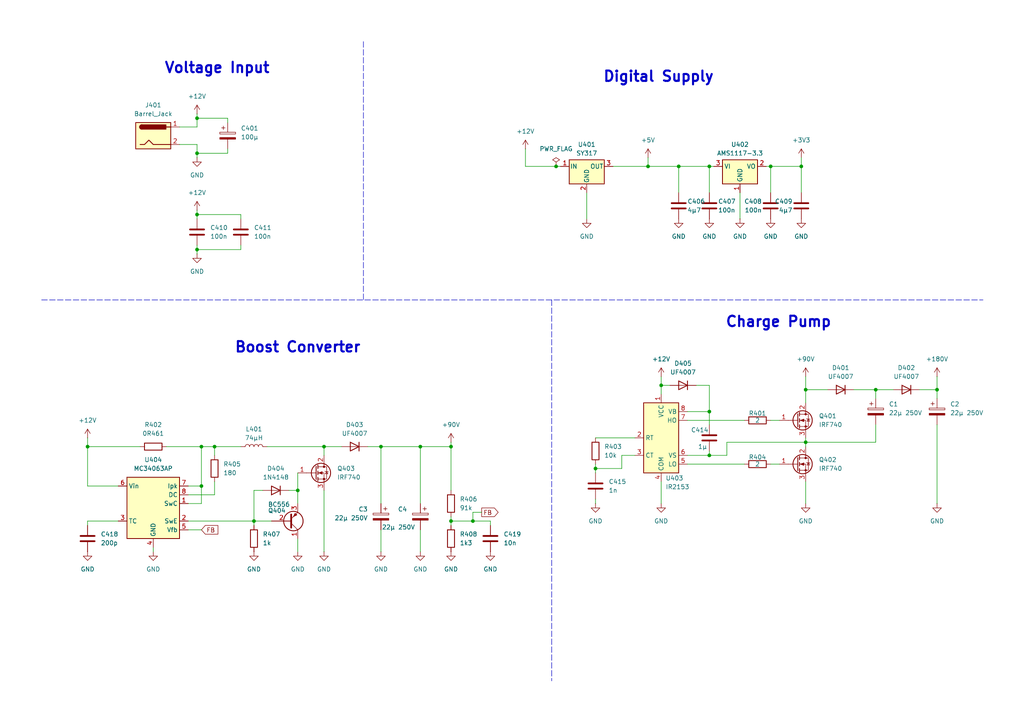
<source format=kicad_sch>
(kicad_sch (version 20231120) (generator "eeschema") (generator_version "8.0")
  (paper "A4")
  (title_block (title "Z5600M Nixie Clock with ESP32") (date "2024-09-16") (rev "1.0") (company "Synthron"))
  (lib_symbols
    (symbol "Connector:Barrel_Jack" (pin_names (offset 1.016))
      (property "Reference" "J" (at 0 5.334 0))
      (property "Value" "Barrel_Jack" (at 0 -5.08 0))
      (symbol "Barrel_Jack_0_1"
        (rectangle (start -5.08 3.81) (end 5.08 -3.81) (stroke (width 0.254)) (fill (type background)))
        (arc (start -3.302 3.175) (mid -3.9343 2.54) (end -3.302 1.905) (stroke (width 0.254)))
        (arc (start -3.302 3.175) (mid -3.9343 2.54) (end -3.302 1.905) (stroke (width 0.254)) (fill (type outline)))
        (polyline (pts (xy 5.08 2.54) (xy 3.81 2.54)) (stroke (width 0.254)))
        (polyline (pts (xy -3.81 -2.54) (xy -2.54 -2.54) (xy -1.27 -1.27) (xy 0 -2.54) (xy 2.54 -2.54) (xy 5.08 -2.54)) (stroke (width 0.254)))
        (rectangle (start 3.683 3.175) (end -3.302 1.905) (stroke (width 0.254)) (fill (type outline)))
      )
      (symbol "Barrel_Jack_1_1"
        (pin passive line (at 7.62 2.54 180) (length 2.54) (name "~") (number "1"))
        (pin passive line (at 7.62 -2.54 180) (length 2.54) (name "~") (number "2"))
      )
    )
    (symbol "Device:C" (pin_numbers hide) (pin_names (offset 0.254))
      (property "Reference" "C" (at 0.635 2.54 0))
      (property "Value" "C" (at 0.635 -2.54 0))
      (symbol "C_0_1"
        (polyline (pts (xy -2.032 -0.762) (xy 2.032 -0.762)) (stroke (width 0.508)))
        (polyline (pts (xy -2.032 0.762) (xy 2.032 0.762)) (stroke (width 0.508)))
      )
      (symbol "C_1_1"
        (pin passive line (at 0 3.81 270) (length 2.794) (name "~") (number "1"))
        (pin passive line (at 0 -3.81 90) (length 2.794) (name "~") (number "2"))
      )
    )
    (symbol "Device:C_Polarized" (pin_numbers hide) (pin_names (offset 0.254))
      (property "Reference" "C" (at 0.635 2.54 0))
      (property "Value" "C_Polarized" (at 0.635 -2.54 0))
      (symbol "C_Polarized_0_1"
        (rectangle (start -2.286 0.508) (end 2.286 1.016))
        (polyline (pts (xy -1.778 2.286) (xy -0.762 2.286)))
        (polyline (pts (xy -1.27 2.794) (xy -1.27 1.778)))
        (rectangle (start 2.286 -0.508) (end -2.286 -1.016) (fill (type outline)))
      )
      (symbol "C_Polarized_1_1"
        (pin passive line (at 0 3.81 270) (length 2.794) (name "~") (number "1"))
        (pin passive line (at 0 -3.81 90) (length 2.794) (name "~") (number "2"))
      )
    )
    (symbol "Device:L" (pin_numbers hide) (pin_names (offset 1.016) hide)
      (property "Reference" "L" (at -1.27 0 90))
      (property "Value" "L" (at 1.905 0 90))
      (symbol "L_0_1"
        (arc (start 0 -2.54) (mid 0.6323 -1.905) (end 0 -1.27))
        (arc (start 0 -1.27) (mid 0.6323 -0.635) (end 0 0))
        (arc (start 0 0) (mid 0.6323 0.635) (end 0 1.27))
        (arc (start 0 1.27) (mid 0.6323 1.905) (end 0 2.54))
      )
      (symbol "L_1_1"
        (pin passive line (at 0 3.81 270) (length 1.27) (name "1") (number "1"))
        (pin passive line (at 0 -3.81 90) (length 1.27) (name "2") (number "2"))
      )
    )
    (symbol "Device:R" (pin_numbers hide) (pin_names (offset 0))
      (property "Reference" "R" (at 2.032 0 90))
      (property "Value" "R" (at 0 0 90))
      (symbol "R_0_1"
        (rectangle (start -1.016 -2.54) (end 1.016 2.54) (stroke (width 0.254)))
      )
      (symbol "R_1_1"
        (pin passive line (at 0 3.81 270) (length 1.27) (name "~") (number "1"))
        (pin passive line (at 0 -3.81 90) (length 1.27) (name "~") (number "2"))
      )
    )
    (symbol "Diode:1N4007" (pin_numbers hide) (pin_names hide)
      (property "Reference" "D" (at 0 2.54 0))
      (property "Value" "1N4007" (at 0 -2.54 0))
      (symbol "1N4007_0_1"
        (polyline (pts (xy -1.27 1.27) (xy -1.27 -1.27)) (stroke (width 0.254)))
        (polyline (pts (xy 1.27 0) (xy -1.27 0)))
        (polyline (pts (xy 1.27 1.27) (xy 1.27 -1.27) (xy -1.27 0) (xy 1.27 1.27)) (stroke (width 0.254)))
      )
      (symbol "1N4007_1_1"
        (pin passive line (at -3.81 0 0) (length 2.54) (name "K") (number "1"))
        (pin passive line (at 3.81 0 180) (length 2.54) (name "A") (number "2"))
      )
    )
    (symbol "Diode:1N4148" (pin_numbers hide) (pin_names hide)
      (property "Reference" "D" (at 0 2.54 0))
      (property "Value" "1N4148" (at 0 -2.54 0))
      (symbol "1N4148_0_1"
        (polyline (pts (xy -1.27 1.27) (xy -1.27 -1.27)) (stroke (width 0.254)))
        (polyline (pts (xy 1.27 0) (xy -1.27 0)))
        (polyline (pts (xy 1.27 1.27) (xy 1.27 -1.27) (xy -1.27 0) (xy 1.27 1.27)) (stroke (width 0.254)))
      )
      (symbol "1N4148_1_1"
        (pin passive line (at -3.81 0 0) (length 2.54) (name "K") (number "1"))
        (pin passive line (at 3.81 0 180) (length 2.54) (name "A") (number "2"))
      )
    )
    (symbol "Driver_FET:IR2153"
      (property "Reference" "U" (at 1.27 13.335 0))
      (property "Value" "IR2153" (at 1.27 11.43 0))
      (symbol "IR2153_0_1"
        (rectangle (start -5.08 -10.16) (end 5.08 10.16) (stroke (width 0.254)) (fill (type background)))
      )
      (symbol "IR2153_1_1"
        (pin power_in line (at 0 12.7 270) (length 2.54) (name "VCC") (number "1"))
        (pin passive line (at -7.62 0 0) (length 2.54) (name "RT") (number "2"))
        (pin passive line (at -7.62 -5.08 0) (length 2.54) (name "CT") (number "3"))
        (pin power_in line (at 0 -12.7 90) (length 2.54) (name "COM") (number "4"))
        (pin output line (at 7.62 -7.62 180) (length 2.54) (name "LO") (number "5"))
        (pin passive line (at 7.62 -5.08 180) (length 2.54) (name "VS") (number "6"))
        (pin output line (at 7.62 5.08 180) (length 2.54) (name "HO") (number "7"))
        (pin passive line (at 7.62 7.62 180) (length 2.54) (name "VB") (number "8"))
      )
    )
    (symbol "Regulator_Linear:AMS1117-3.3"
      (property "Reference" "U" (at -3.81 3.175 0))
      (property "Value" "AMS1117-3.3" (at 0 3.175 0))
      (symbol "AMS1117-3.3_0_1"
        (rectangle (start -5.08 -5.08) (end 5.08 1.905) (stroke (width 0.254)) (fill (type background)))
      )
      (symbol "AMS1117-3.3_1_1"
        (pin power_in line (at 0 -7.62 90) (length 2.54) (name "GND") (number "1"))
        (pin power_out line (at 7.62 0 180) (length 2.54) (name "VO") (number "2"))
        (pin power_in line (at -7.62 0 0) (length 2.54) (name "VI") (number "3"))
      )
    )
    (symbol "Regulator_Linear:L7805" (pin_names (offset 0.254))
      (property "Reference" "U" (at -3.81 3.175 0))
      (property "Value" "L7805" (at 0 3.175 0))
      (symbol "L7805_0_1"
        (rectangle (start -5.08 1.905) (end 5.08 -5.08) (stroke (width 0.254)) (fill (type background)))
      )
      (symbol "L7805_1_1"
        (pin power_in line (at -7.62 0 0) (length 2.54) (name "IN") (number "1"))
        (pin power_in line (at 0 -7.62 90) (length 2.54) (name "GND") (number "2"))
        (pin power_out line (at 7.62 0 180) (length 2.54) (name "OUT") (number "3"))
      )
    )
    (symbol "Regulator_Switching:MC34063AP"
      (property "Reference" "U" (at -7.62 8.89 0))
      (property "Value" "MC34063AP" (at 0 8.89 0))
      (symbol "MC34063AP_0_1"
        (rectangle (start -7.62 7.62) (end 7.62 -10.16) (stroke (width 0.254)) (fill (type background)))
      )
      (symbol "MC34063AP_1_1"
        (pin open_collector line (at 10.16 0 180) (length 2.54) (name "SwC") (number "1"))
        (pin open_emitter line (at 10.16 -5.08 180) (length 2.54) (name "SwE") (number "2"))
        (pin passive line (at -10.16 -5.08 0) (length 2.54) (name "TC") (number "3"))
        (pin power_in line (at 0 -12.7 90) (length 2.54) (name "GND") (number "4"))
        (pin input line (at 10.16 -7.62 180) (length 2.54) (name "Vfb") (number "5"))
        (pin power_in line (at -10.16 5.08 0) (length 2.54) (name "Vin") (number "6"))
        (pin input line (at 10.16 5.08 180) (length 2.54) (name "Ipk") (number "7"))
        (pin open_collector line (at 10.16 2.54 180) (length 2.54) (name "DC") (number "8"))
      )
    )
    (symbol "Transistor_BJT:BC556" (pin_names (offset 0) hide)
      (property "Reference" "Q" (at 5.08 1.905 0))
      (property "Value" "BC556" (at 5.08 0 0))
      (symbol "BC556_0_1"
        (polyline (pts (xy 0.635 0.635) (xy 2.54 2.54)))
        (polyline (pts (xy 0.635 -0.635) (xy 2.54 -2.54) (xy 2.54 -2.54)))
        (polyline (pts (xy 0.635 1.905) (xy 0.635 -1.905) (xy 0.635 -1.905)) (stroke (width 0.508)))
        (polyline (pts (xy 2.286 -1.778) (xy 1.778 -2.286) (xy 1.27 -1.27) (xy 2.286 -1.778) (xy 2.286 -1.778)) (fill (type outline)))
        (circle (center 1.27 0) (radius 2.8194) (stroke (width 0.254)))
      )
      (symbol "BC556_1_1"
        (pin passive line (at 2.54 5.08 270) (length 2.54) (name "C") (number "1"))
        (pin input line (at -5.08 0 0) (length 5.715) (name "B") (number "2"))
        (pin passive line (at 2.54 -5.08 90) (length 2.54) (name "E") (number "3"))
      )
    )
    (symbol "Transistor_FET:IRF740" (pin_names hide)
      (property "Reference" "Q" (at 5.08 1.905 0))
      (property "Value" "IRF740" (at 5.08 0 0))
      (symbol "IRF740_0_1"
        (polyline (pts (xy 0.254 0) (xy -2.54 0)))
        (polyline (pts (xy 0.254 1.905) (xy 0.254 -1.905)) (stroke (width 0.254)))
        (polyline (pts (xy 0.762 -1.27) (xy 0.762 -2.286)) (stroke (width 0.254)))
        (polyline (pts (xy 0.762 0.508) (xy 0.762 -0.508)) (stroke (width 0.254)))
        (polyline (pts (xy 0.762 2.286) (xy 0.762 1.27)) (stroke (width 0.254)))
        (polyline (pts (xy 2.54 2.54) (xy 2.54 1.778)))
        (polyline (pts (xy 2.54 -2.54) (xy 2.54 0) (xy 0.762 0)))
        (polyline (pts (xy 0.762 -1.778) (xy 3.302 -1.778) (xy 3.302 1.778) (xy 0.762 1.778)))
        (polyline (pts (xy 1.016 0) (xy 2.032 0.381) (xy 2.032 -0.381) (xy 1.016 0)) (fill (type outline)))
        (polyline (pts (xy 2.794 0.508) (xy 2.921 0.381) (xy 3.683 0.381) (xy 3.81 0.254)))
        (polyline (pts (xy 3.302 0.381) (xy 2.921 -0.254) (xy 3.683 -0.254) (xy 3.302 0.381)))
        (circle (center 1.651 0) (radius 2.794) (stroke (width 0.254)))
        (circle (center 2.54 -1.778) (radius 0.254) (fill (type outline)))
        (circle (center 2.54 1.778) (radius 0.254) (fill (type outline)))
      )
      (symbol "IRF740_1_1"
        (pin input line (at -5.08 0 0) (length 2.54) (name "G") (number "1"))
        (pin passive line (at 2.54 5.08 270) (length 2.54) (name "D") (number "2"))
        (pin passive line (at 2.54 -5.08 90) (length 2.54) (name "S") (number "3"))
      )
    )
    (symbol "power:+12V" (power) (pin_numbers hide) (pin_names (offset 0) hide)
      (property "Value" "+12V" (at 0 3.556 0))
      (symbol "+12V_0_1"
        (polyline (pts (xy -0.762 1.27) (xy 0 2.54)))
        (polyline (pts (xy 0 0) (xy 0 2.54)))
        (polyline (pts (xy 0 2.54) (xy 0.762 1.27)))
      )
      (symbol "+12V_1_1"
        (pin power_in line (at 0 0 90) (length 0) (name "~") (number "1"))
      )
    )
    (symbol "power:+3V3" (power) (pin_names (offset 0))
      (property "Value" "+3V3" (at 0 3.556 0))
      (symbol "+3V3_0_1"
        (polyline (pts (xy -0.762 1.27) (xy 0 2.54)))
        (polyline (pts (xy 0 0) (xy 0 2.54)))
        (polyline (pts (xy 0 2.54) (xy 0.762 1.27)))
      )
      (symbol "+3V3_1_1"
        (pin power_in line (at 0 0 90) (length 0) hide (name "+3V3") (number "1"))
      )
    )
    (symbol "power:+5V" (power) (pin_names (offset 0))
      (property "Value" "+5V" (at 0 3.556 0))
      (symbol "+5V_0_1"
        (polyline (pts (xy -0.762 1.27) (xy 0 2.54)))
        (polyline (pts (xy 0 0) (xy 0 2.54)))
        (polyline (pts (xy 0 2.54) (xy 0.762 1.27)))
      )
      (symbol "+5V_1_1"
        (pin power_in line (at 0 0 90) (length 0) hide (name "+5V") (number "1"))
      )
    )
    (symbol "power:+VSW" (power) (pin_numbers hide) (pin_names (offset 0) hide)
      (property "Value" "+VSW" (at 0 3.556 0))
      (symbol "+VSW_0_1"
        (polyline (pts (xy -0.762 1.27) (xy 0 2.54)))
        (polyline (pts (xy 0 0) (xy 0 2.54)))
        (polyline (pts (xy 0 2.54) (xy 0.762 1.27)))
      )
      (symbol "+VSW_1_1"
        (pin power_in line (at 0 0 90) (length 0) (name "~") (number "1"))
      )
    )
    (symbol "power:GND" (power) (pin_numbers hide) (pin_names (offset 0) hide)
      (property "Value" "GND" (at 0 -3.81 0))
      (symbol "GND_0_1"
        (polyline (pts (xy 0 0) (xy 0 -1.27) (xy 1.27 -1.27) (xy 0 -2.54) (xy -1.27 -1.27) (xy 0 -1.27)))
      )
      (symbol "GND_1_1"
        (pin power_in line (at 0 0 270) (length 0) (name "~") (number "1"))
      )
    )
    (symbol "power:PWR_FLAG" (power) (pin_numbers hide) (pin_names (offset 0) hide)
      (property "Value" "PWR_FLAG" (at 0 3.81 0))
      (symbol "PWR_FLAG_0_0"
        (pin power_out line (at 0 0 90) (length 0) (name "pwr") (number "1"))
      )
      (symbol "PWR_FLAG_0_1"
        (polyline (pts (xy 0 0) (xy 0 1.27) (xy -1.016 1.905) (xy 0 2.54) (xy 1.016 1.905) (xy 0 1.27)))
      )
    )
  )
  (junction (at 137.16 151.13))
  (junction (at 25.4 129.54))
  (junction (at 172.72 135.89))
  (junction (at 58.42 140.97))
  (junction (at 58.42 129.54))
  (junction (at 121.92 129.54))
  (junction (at 57.15 34.29))
  (junction (at 205.74 119.38))
  (junction (at 57.15 44.45))
  (junction (at 191.77 111.76))
  (junction (at 223.52 48.26))
  (junction (at 93.98 129.54))
  (junction (at 130.81 129.54))
  (junction (at 110.49 129.54))
  (junction (at 187.96 48.26))
  (junction (at 205.74 48.26))
  (junction (at 130.81 151.13))
  (junction (at 73.66 151.13))
  (junction (at 233.68 113.03))
  (junction (at 271.78 113.03))
  (junction (at 57.15 72.39))
  (junction (at 161.29 48.26))
  (junction (at 232.41 48.26))
  (junction (at 62.23 129.54))
  (junction (at 196.85 48.26))
  (junction (at 254 113.03))
  (junction (at 86.36 142.24))
  (junction (at 205.74 132.08))
  (junction (at 57.15 62.23))
  (junction (at 233.68 128.27))
  (wire (pts (xy 57.15 72.39) (xy 57.15 73.66)))
  (wire (pts (xy 106.68 129.54) (xy 110.49 129.54)))
  (wire (pts (xy 73.66 142.24) (xy 76.2 142.24)))
  (wire (pts (xy 210.82 128.27) (xy 210.82 132.08)))
  (wire (pts (xy 191.77 111.76) (xy 191.77 114.3)))
  (wire (pts (xy 58.42 129.54) (xy 62.23 129.54)))
  (wire (pts (xy 57.15 34.29) (xy 57.15 36.83)))
  (wire (pts (xy 139.7 148.59) (xy 137.16 148.59)))
  (wire (pts (xy 205.74 132.08) (xy 199.39 132.08)))
  (wire (pts (xy 210.82 128.27) (xy 233.68 128.27)))
  (wire (pts (xy 187.96 48.26) (xy 196.85 48.26)))
  (wire (pts (xy 25.4 129.54) (xy 25.4 140.97)))
  (wire (pts (xy 142.24 152.4) (xy 142.24 151.13)))
  (wire (pts (xy 44.45 160.02) (xy 44.45 158.75)))
  (wire (pts (xy 191.77 109.22) (xy 191.77 111.76)))
  (wire (pts (xy 137.16 148.59) (xy 137.16 151.13)))
  (wire (pts (xy 57.15 62.23) (xy 57.15 63.5)))
  (wire (pts (xy 172.72 135.89) (xy 172.72 134.62)))
  (wire (pts (xy 121.92 129.54) (xy 130.81 129.54)))
  (wire (pts (xy 205.74 132.08) (xy 210.82 132.08)))
  (wire (pts (xy 121.92 129.54) (xy 121.92 146.05)))
  (wire (pts (xy 271.78 115.57) (xy 271.78 113.03)))
  (wire (pts (xy 271.78 113.03) (xy 266.7 113.03)))
  (wire (pts (xy 78.74 151.13) (xy 73.66 151.13)))
  (wire (pts (xy 233.68 128.27) (xy 233.68 129.54)))
  (wire (pts (xy 254 128.27) (xy 233.68 128.27)))
  (wire (pts (xy 205.74 48.26) (xy 207.01 48.26)))
  (wire (pts (xy 57.15 34.29) (xy 66.04 34.29)))
  (wire (pts (xy 54.61 151.13) (xy 73.66 151.13)))
  (wire (pts (xy 86.36 137.16) (xy 86.36 142.24)))
  (wire (pts (xy 25.4 127) (xy 25.4 129.54)))
  (wire (pts (xy 93.98 129.54) (xy 93.98 132.08)))
  (wire (pts (xy 54.61 153.67) (xy 58.42 153.67)))
  (wire (pts (xy 57.15 44.45) (xy 57.15 41.91)))
  (wire (pts (xy 223.52 48.26) (xy 232.41 48.26)))
  (wire (pts (xy 62.23 139.7) (xy 62.23 143.51)))
  (wire (pts (xy 233.68 127) (xy 233.68 128.27)))
  (wire (pts (xy 93.98 142.24) (xy 93.98 160.02)))
  (wire (pts (xy 233.68 113.03) (xy 233.68 116.84)))
  (wire (pts (xy 62.23 129.54) (xy 69.85 129.54)))
  (wire (pts (xy 77.47 129.54) (xy 93.98 129.54)))
  (wire (pts (xy 121.92 153.67) (xy 121.92 160.02)))
  (wire (pts (xy 184.15 127) (xy 172.72 127)))
  (wire (pts (xy 180.34 132.08) (xy 180.34 135.89)))
  (wire (pts (xy 196.85 48.26) (xy 205.74 48.26)))
  (wire (pts (xy 223.52 134.62) (xy 226.06 134.62)))
  (wire (pts (xy 205.74 130.81) (xy 205.74 132.08)))
  (wire (pts (xy 205.74 48.26) (xy 205.74 55.88)))
  (wire (pts (xy 187.96 48.26) (xy 187.96 45.72)))
  (wire (pts (xy 233.68 113.03) (xy 240.03 113.03)))
  (wire (pts (xy 271.78 109.22) (xy 271.78 113.03)))
  (wire (pts (xy 69.85 71.12) (xy 69.85 72.39)))
  (wire (pts (xy 54.61 146.05) (xy 58.42 146.05)))
  (wire (pts (xy 130.81 149.86) (xy 130.81 151.13)))
  (wire (pts (xy 254 113.03) (xy 254 115.57)))
  (wire (pts (xy 110.49 129.54) (xy 110.49 146.05)))
  (wire (pts (xy 205.74 111.76) (xy 201.93 111.76)))
  (wire (pts (xy 177.8 48.26) (xy 187.96 48.26)))
  (wire (pts (xy 57.15 71.12) (xy 57.15 72.39)))
  (wire (pts (xy 232.41 45.72) (xy 232.41 48.26)))
  (wire (pts (xy 223.52 121.92) (xy 226.06 121.92)))
  (wire (pts (xy 69.85 63.5) (xy 69.85 62.23)))
  (wire (pts (xy 205.74 111.76) (xy 205.74 119.38)))
  (wire (pts (xy 73.66 151.13) (xy 73.66 152.4)))
  (wire (pts (xy 62.23 129.54) (xy 62.23 132.08)))
  (wire (pts (xy 271.78 123.19) (xy 271.78 146.05)))
  (wire (pts (xy 172.72 135.89) (xy 172.72 137.16)))
  (wire (pts (xy 196.85 48.26) (xy 196.85 55.88)))
  (wire (pts (xy 254 113.03) (xy 259.08 113.03)))
  (wire (pts (xy 130.81 128.27) (xy 130.81 129.54)))
  (wire (pts (xy 66.04 43.18) (xy 66.04 44.45)))
  (wire (pts (xy 25.4 151.13) (xy 34.29 151.13)))
  (wire (pts (xy 66.04 44.45) (xy 57.15 44.45)))
  (wire (pts (xy 199.39 134.62) (xy 215.9 134.62)))
  (wire (pts (xy 254 123.19) (xy 254 128.27)))
  (wire (pts (xy 180.34 135.89) (xy 172.72 135.89)))
  (wire (pts (xy 205.74 123.19) (xy 205.74 119.38)))
  (wire (pts (xy 199.39 121.92) (xy 215.9 121.92)))
  (wire (pts (xy 57.15 45.72) (xy 57.15 44.45)))
  (polyline (pts (xy 12.065 86.995) (xy 285.115 86.995)) (stroke (width 0) (type dash)))
  (wire (pts (xy 93.98 129.54) (xy 99.06 129.54)))
  (wire (pts (xy 223.52 48.26) (xy 222.25 48.26)))
  (wire (pts (xy 66.04 35.56) (xy 66.04 34.29)))
  (wire (pts (xy 57.15 33.02) (xy 57.15 34.29)))
  (wire (pts (xy 130.81 129.54) (xy 130.81 142.24)))
  (wire (pts (xy 57.15 41.91) (xy 52.07 41.91)))
  (wire (pts (xy 233.68 109.22) (xy 233.68 113.03)))
  (wire (pts (xy 233.68 139.7) (xy 233.68 146.05)))
  (polyline (pts (xy 105.41 12.065) (xy 105.41 86.995)) (stroke (width 0) (type dash)))
  (wire (pts (xy 110.49 153.67) (xy 110.49 160.02)))
  (wire (pts (xy 73.66 151.13) (xy 73.66 142.24)))
  (wire (pts (xy 172.72 144.78) (xy 172.72 146.05)))
  (wire (pts (xy 137.16 151.13) (xy 130.81 151.13)))
  (wire (pts (xy 58.42 146.05) (xy 58.42 140.97)))
  (wire (pts (xy 170.18 55.88) (xy 170.18 63.5)))
  (wire (pts (xy 57.15 36.83) (xy 52.07 36.83)))
  (wire (pts (xy 25.4 152.4) (xy 25.4 151.13)))
  (wire (pts (xy 48.26 129.54) (xy 58.42 129.54)))
  (wire (pts (xy 184.15 132.08) (xy 180.34 132.08)))
  (wire (pts (xy 152.4 48.26) (xy 161.29 48.26)))
  (wire (pts (xy 161.29 48.26) (xy 162.56 48.26)))
  (polyline (pts (xy 160.02 86.995) (xy 160.02 197.485)) (stroke (width 0) (type dash)))
  (wire (pts (xy 25.4 129.54) (xy 40.64 129.54)))
  (wire (pts (xy 58.42 140.97) (xy 54.61 140.97)))
  (wire (pts (xy 247.65 113.03) (xy 254 113.03)))
  (wire (pts (xy 69.85 72.39) (xy 57.15 72.39)))
  (wire (pts (xy 69.85 62.23) (xy 57.15 62.23)))
  (wire (pts (xy 86.36 156.21) (xy 86.36 160.02)))
  (wire (pts (xy 194.31 111.76) (xy 191.77 111.76)))
  (wire (pts (xy 223.52 55.88) (xy 223.52 48.26)))
  (wire (pts (xy 83.82 142.24) (xy 86.36 142.24)))
  (wire (pts (xy 58.42 129.54) (xy 58.42 140.97)))
  (wire (pts (xy 130.81 151.13) (xy 130.81 152.4)))
  (wire (pts (xy 232.41 55.88) (xy 232.41 48.26)))
  (wire (pts (xy 152.4 43.18) (xy 152.4 48.26)))
  (wire (pts (xy 86.36 142.24) (xy 86.36 146.05)))
  (wire (pts (xy 191.77 139.7) (xy 191.77 146.05)))
  (wire (pts (xy 25.4 140.97) (xy 34.29 140.97)))
  (wire (pts (xy 205.74 119.38) (xy 199.39 119.38)))
  (wire (pts (xy 214.63 55.88) (xy 214.63 63.5)))
  (wire (pts (xy 57.15 60.96) (xy 57.15 62.23)))
  (wire (pts (xy 110.49 129.54) (xy 121.92 129.54)))
  (wire (pts (xy 62.23 143.51) (xy 54.61 143.51)))
  (wire (pts (xy 142.24 151.13) (xy 137.16 151.13)))
  (text "Digital Supply" (at 191.008 22.352 0) (effects (font (size 3 3) (thickness 0.6) (bold yes))))
  (text "Boost Converter" (at 86.36 100.838 0) (effects (font (size 3 3) (thickness 0.6) (bold yes))))
  (text "Charge Pump" (at 225.806 93.472 0) (effects (font (size 3 3) (thickness 0.6) (bold yes))))
  (text "Voltage Input" (at 62.992 19.812 0) (effects (font (size 3 3) (thickness 0.6) (bold yes))))
  (global_label "FB" (shape input) (at 58.42 153.67 0) (property "Intersheetrefs" "${INTERSHEET_REFS}" (effects (hide yes))))
  (global_label "FB" (shape output) (at 139.7 148.59 0) (property "Intersheetrefs" "${INTERSHEET_REFS}" (effects (hide yes))))
  (symbol (lib_id "Device:R") (at 44.45 129.54 90) (unit 1)
    (property "Reference" "R402" (at 44.45 123.19 90))
    (property "Value" "0R461" (at 44.45 125.73 90))
    (property "Footprint" "Resistor_THT:R_Axial_DIN0614_L14.3mm_D5.7mm_P5.08mm_Vertical" (effects (hide yes)))
    (property "Description" "Resistor" (effects (hide yes)))
  )
  (symbol (lib_id "power:GND") (at 233.68 146.05 0) (unit 1)
    (property "Reference" "#PWR0432" (effects (hide yes)))
    (property "Value" "GND" (at 233.68 151.13 0))
    (property "Description" "Power symbol creates a global label with name \"GND\" , ground" (effects (hide yes)))
  )
  (symbol (lib_id "Regulator_Linear:L7805") (at 170.18 48.26 0) (unit 1)
    (property "Reference" "U401" (at 170.18 41.91 0))
    (property "Value" "SY317" (at 170.18 44.45 0))
    (property "Footprint" "Package_TO_SOT_THT:TO-220-3_Vertical" (effects (hide yes)))
    (property "Datasheet" "http://www.st.com/content/ccc/resource/technical/document/datasheet/41/4f/b3/b0/12/d4/47/88/CD00000444.pdf/files/CD00000444.pdf/jcr:content/translations/en.CD00000444.pdf" (effects (hide yes)))
  )
  (symbol (lib_id "Diode:1N4148") (at 80.01 142.24 180) (unit 1)
    (property "Reference" "D404" (at 80.01 135.89 0))
    (property "Value" "1N4148" (at 80.01 138.43 0))
    (property "Footprint" "Diode_THT:D_DO-35_SOD27_P7.62mm_Horizontal" (effects (hide yes)))
    (property "Datasheet" "https://assets.nexperia.com/documents/data-sheet/1N4148_1N4448.pdf" (effects (hide yes)))
    (property "Description" "100V 0.15A standard switching diode, DO-35" (effects (hide yes)))
    (property "Sim.Device" "D" (effects (hide yes)))
    (property "Sim.Pins" "1=K 2=A" (effects (hide yes)))
  )
  (symbol (lib_id "power:+VSW") (at 233.68 109.22 0) (unit 1)
    (property "Reference" "#PWR0426" (effects (hide yes)))
    (property "Value" "+90V" (at 233.68 104.14 0))
    (property "Description" "Power symbol creates a global label with name \"+VSW\"" (effects (hide yes)))
  )
  (symbol (lib_id "Device:C_Polarized") (at 121.92 149.86 0) (mirror y) (unit 1)
    (property "Reference" "C4" (at 118.11 147.7009 0) (effects (justify left)))
    (property "Value" "22µ 250V" (at 120.396 152.908 0) (effects (justify left)))
    (property "Footprint" "Capacitor_THT:CP_Radial_D10.0mm_P5.00mm" (effects (hide yes)))
    (property "Description" "Polarized capacitor" (effects (hide yes)))
  )
  (symbol (lib_id "power:+12V") (at 57.15 33.02 0) (unit 1)
    (property "Reference" "#PWR0407" (effects (hide yes)))
    (property "Value" "+12V" (at 57.15 27.94 0))
    (property "Description" "Power symbol creates a global label with name \"+12V\"" (effects (hide yes)))
  )
  (symbol (lib_id "power:GND") (at 57.15 45.72 0) (unit 1)
    (property "Reference" "#PWR0409" (effects (hide yes)))
    (property "Value" "GND" (at 57.15 50.8 0))
    (property "Description" "Power symbol creates a global label with name \"GND\" , ground" (effects (hide yes)))
  )
  (symbol (lib_id "power:+5V") (at 187.96 45.72 0) (unit 1)
    (property "Reference" "#PWR0410" (effects (hide yes)))
    (property "Value" "+5V" (at 187.96 40.64 0))
  )
  (symbol (lib_id "Transistor_FET:IRF740") (at 231.14 121.92 0) (unit 1)
    (property "Reference" "Q401" (at 237.49 120.6499 0) (effects (justify left)))
    (property "Value" "IRF740" (at 237.49 123.1899 0) (effects (justify left)))
    (property "Footprint" "Package_TO_SOT_THT:TO-220-3_Vertical" (effects (hide yes)))
    (property "Datasheet" "http://www.vishay.com/docs/91054/91054.pdf" (effects (hide yes)))
    (property "Description" "10A Id, 400V Vds, N-Channel Power MOSFET, 500mOhm Rds, TO-220AB" (effects (hide yes)))
  )
  (symbol (lib_id "Device:C") (at 25.4 156.21 0) (unit 1)
    (property "Reference" "C418" (at 29.21 154.9399 0) (effects (justify left)))
    (property "Value" "200p" (at 29.21 157.4799 0) (effects (justify left)))
    (property "Footprint" "Capacitor_THT:C_Disc_D3.0mm_W1.6mm_P2.50mm" (effects (hide yes)))
    (property "Description" "Unpolarized capacitor" (effects (hide yes)))
  )
  (symbol (lib_id "Device:R") (at 62.23 135.89 0) (unit 1)
    (property "Reference" "R405" (at 64.77 134.6199 0) (effects (justify left)))
    (property "Value" "180" (at 64.77 137.1599 0) (effects (justify left)))
    (property "Footprint" "Resistor_THT:R_Axial_DIN0207_L6.3mm_D2.5mm_P2.54mm_Vertical" (effects (hide yes)))
    (property "Description" "Resistor" (effects (hide yes)))
  )
  (symbol (lib_id "Transistor_FET:IRF740") (at 91.44 137.16 0) (unit 1)
    (property "Reference" "Q403" (at 97.79 135.8899 0) (effects (justify left)))
    (property "Value" "IRF740" (at 97.79 138.4299 0) (effects (justify left)))
    (property "Footprint" "Package_TO_SOT_THT:TO-220-3_Vertical" (effects (hide yes)))
    (property "Datasheet" "http://www.vishay.com/docs/91054/91054.pdf" (effects (hide yes)))
    (property "Description" "10A Id, 400V Vds, N-Channel Power MOSFET, 500mOhm Rds, TO-220AB" (effects (hide yes)))
  )
  (symbol (lib_id "power:GND") (at 271.78 146.05 0) (unit 1)
    (property "Reference" "#PWR0433" (effects (hide yes)))
    (property "Value" "GND" (at 271.78 151.13 0))
    (property "Description" "Power symbol creates a global label with name \"GND\" , ground" (effects (hide yes)))
  )
  (symbol (lib_id "Device:C") (at 57.15 67.31 0) (unit 1)
    (property "Reference" "C410" (at 60.96 66.0399 0) (effects (justify left)))
    (property "Value" "100n" (at 60.96 68.5799 0) (effects (justify left)))
    (property "Footprint" "Capacitor_THT:C_Disc_D3.0mm_W1.6mm_P2.50mm" (effects (hide yes)))
    (property "Description" "Unpolarized capacitor" (effects (hide yes)))
  )
  (symbol (lib_id "Device:R") (at 172.72 130.81 180) (unit 1)
    (property "Reference" "R403" (at 175.26 129.5399 0) (effects (justify right)))
    (property "Value" "10k" (at 175.26 132.0799 0) (effects (justify right)))
    (property "Footprint" "Resistor_THT:R_Axial_DIN0207_L6.3mm_D2.5mm_P2.54mm_Vertical" (effects (hide yes)))
    (property "Description" "Resistor" (effects (hide yes)))
  )
  (symbol (lib_id "Device:R") (at 130.81 156.21 180) (unit 1)
    (property "Reference" "R408" (at 133.35 154.9399 0) (effects (justify right)))
    (property "Value" "1k3" (at 133.35 157.4799 0) (effects (justify right)))
    (property "Footprint" "Resistor_THT:R_Axial_DIN0207_L6.3mm_D2.5mm_P2.54mm_Vertical" (effects (hide yes)))
    (property "Description" "Resistor" (effects (hide yes)))
  )
  (symbol (lib_id "power:GND") (at 196.85 63.5 0) (unit 1)
    (property "Reference" "#PWR0418" (effects (hide yes)))
    (property "Value" "GND" (at 196.85 68.58 0))
  )
  (symbol (lib_id "Device:R") (at 130.81 146.05 180) (unit 1)
    (property "Reference" "R406" (at 133.35 144.7799 0) (effects (justify right)))
    (property "Value" "91k" (at 133.35 147.3199 0) (effects (justify right)))
    (property "Footprint" "Resistor_THT:R_Axial_DIN0207_L6.3mm_D2.5mm_P2.54mm_Vertical" (effects (hide yes)))
    (property "Description" "Resistor" (effects (hide yes)))
  )
  (symbol (lib_id "power:GND") (at 191.77 146.05 0) (unit 1)
    (property "Reference" "#PWR0431" (effects (hide yes)))
    (property "Value" "GND" (at 191.77 151.13 0))
    (property "Description" "Power symbol creates a global label with name \"GND\" , ground" (effects (hide yes)))
  )
  (symbol (lib_id "Connector:Barrel_Jack") (at 44.45 39.37 0) (unit 1)
    (property "Reference" "J401" (at 44.45 30.48 0))
    (property "Value" "Barrel_Jack" (at 44.45 33.02 0))
    (property "Footprint" "Connector_BarrelJack:BarrelJack_Horizontal" (effects (hide yes)))
    (property "Description" "DC Barrel Jack" (effects (hide yes)))
  )
  (symbol (lib_id "power:GND") (at 93.98 160.02 0) (unit 1)
    (property "Reference" "#PWR0438" (effects (hide yes)))
    (property "Value" "GND" (at 93.98 165.1 0))
    (property "Description" "Power symbol creates a global label with name \"GND\" , ground" (effects (hide yes)))
  )
  (symbol (lib_id "Device:C") (at 223.52 59.69 0) (mirror y) (unit 1)
    (property "Reference" "C408" (at 220.98 58.42 0) (effects (justify left)))
    (property "Value" "100n" (at 220.98 60.96 0) (effects (justify left)))
    (property "Footprint" "Capacitor_SMD:C_0805_2012Metric" (effects (hide yes)))
  )
  (symbol (lib_id "power:GND") (at 25.4 160.02 0) (unit 1)
    (property "Reference" "#PWR0434" (effects (hide yes)))
    (property "Value" "GND" (at 25.4 165.1 0))
    (property "Description" "Power symbol creates a global label with name \"GND\" , ground" (effects (hide yes)))
  )
  (symbol (lib_id "Device:R") (at 219.71 134.62 90) (unit 1)
    (property "Reference" "R404" (at 219.71 132.588 90))
    (property "Value" "2" (at 219.71 134.62 90))
    (property "Footprint" "Resistor_THT:R_Axial_DIN0207_L6.3mm_D2.5mm_P2.54mm_Vertical" (effects (hide yes)))
    (property "Description" "Resistor" (effects (hide yes)))
  )
  (symbol (lib_id "Regulator_Switching:MC34063AP") (at 44.45 146.05 0) (unit 1)
    (property "Reference" "U404" (at 44.45 133.35 0))
    (property "Value" "MC34063AP" (at 44.45 135.89 0))
    (property "Footprint" "Package_DIP:DIP-8_W7.62mm" (effects (hide yes)))
    (property "Datasheet" "http://www.onsemi.com/pub_link/Collateral/MC34063A-D.PDF" (effects (hide yes)))
    (property "Description" "1.5A, step-up/down/inverting switching regulator, 3-40V Vin, 100kHz, DIP-8" (effects (hide yes)))
  )
  (symbol (lib_id "Device:R") (at 73.66 156.21 0) (unit 1)
    (property "Reference" "R407" (at 76.2 154.9399 0) (effects (justify left)))
    (property "Value" "1k" (at 76.2 157.4799 0) (effects (justify left)))
    (property "Footprint" "Resistor_THT:R_Axial_DIN0207_L6.3mm_D2.5mm_P2.54mm_Vertical" (effects (hide yes)))
    (property "Description" "Resistor" (effects (hide yes)))
  )
  (symbol (lib_id "Device:C") (at 142.24 156.21 0) (unit 1)
    (property "Reference" "C419" (at 146.05 154.9399 0) (effects (justify left)))
    (property "Value" "10n" (at 146.05 157.4799 0) (effects (justify left)))
    (property "Footprint" "Capacitor_THT:C_Disc_D3.0mm_W1.6mm_P2.50mm" (effects (hide yes)))
    (property "Description" "Unpolarized capacitor" (effects (hide yes)))
  )
  (symbol (lib_id "Diode:1N4007") (at 262.89 113.03 0) (mirror y) (unit 1)
    (property "Reference" "D402" (at 262.89 106.68 0))
    (property "Value" "UF4007" (at 262.89 109.22 0))
    (property "Footprint" "Diode_THT:D_DO-41_SOD81_P10.16mm_Horizontal" (effects (hide yes)))
    (property "Datasheet" "http://www.vishay.com/docs/88503/1n4001.pdf" (effects (hide yes)))
    (property "Description" "1000V 1A General Purpose Rectifier Diode, DO-41" (effects (hide yes)))
    (property "Sim.Device" "D" (effects (hide yes)))
    (property "Sim.Pins" "1=K 2=A" (effects (hide yes)))
  )
  (symbol (lib_id "Device:C") (at 205.74 127 0) (unit 1)
    (property "Reference" "C414" (at 200.406 124.714 0) (effects (justify left)))
    (property "Value" "1µ" (at 202.438 129.54 0) (effects (justify left)))
    (property "Footprint" "Capacitor_THT:C_Rect_L18.0mm_W8.0mm_P15.00mm_FKS3_FKP3" (effects (hide yes)))
    (property "Description" "Unpolarized capacitor" (effects (hide yes)))
  )
  (symbol (lib_id "power:GND") (at 170.18 63.5 0) (unit 1)
    (property "Reference" "#PWR0415" (effects (hide yes)))
    (property "Value" "GND" (at 170.18 68.58 0))
  )
  (symbol (lib_id "power:+VSW") (at 271.78 109.22 0) (unit 1)
    (property "Reference" "#PWR0427" (effects (hide yes)))
    (property "Value" "+180V" (at 271.78 104.14 0))
    (property "Description" "Power symbol creates a global label with name \"+VSW\"" (effects (hide yes)))
  )
  (symbol (lib_id "power:+3V3") (at 232.41 45.72 0) (unit 1)
    (property "Reference" "#PWR0411" (effects (hide yes)))
    (property "Value" "+3V3" (at 232.41 40.64 0))
  )
  (symbol (lib_id "power:GND") (at 57.15 73.66 0) (unit 1)
    (property "Reference" "#PWR0423" (effects (hide yes)))
    (property "Value" "GND" (at 57.15 78.74 0))
    (property "Description" "Power symbol creates a global label with name \"GND\" , ground" (effects (hide yes)))
  )
  (symbol (lib_id "power:GND") (at 73.66 160.02 0) (unit 1)
    (property "Reference" "#PWR0436" (effects (hide yes)))
    (property "Value" "GND" (at 73.66 165.1 0))
    (property "Description" "Power symbol creates a global label with name \"GND\" , ground" (effects (hide yes)))
  )
  (symbol (lib_id "power:GND") (at 110.49 160.02 0) (unit 1)
    (property "Reference" "#PWR0439" (effects (hide yes)))
    (property "Value" "GND" (at 110.49 165.1 0))
    (property "Description" "Power symbol creates a global label with name \"GND\" , ground" (effects (hide yes)))
  )
  (symbol (lib_id "Device:L") (at 73.66 129.54 90) (unit 1)
    (property "Reference" "L401" (at 73.66 124.46 90))
    (property "Value" "74µH" (at 73.66 127 90))
    (property "Footprint" "Inductor_THT:L_Toroid_Horizontal_D16.8mm_P14.70mm_Vishay_TJ3" (effects (hide yes)))
    (property "Description" "Inductor" (effects (hide yes)))
  )
  (symbol (lib_id "Device:C") (at 232.41 59.69 0) (mirror y) (unit 1)
    (property "Reference" "C409" (at 229.87 58.42 0) (effects (justify left)))
    (property "Value" "4µ7" (at 229.87 60.96 0) (effects (justify left)))
    (property "Footprint" "Capacitor_SMD:C_0805_2012Metric" (effects (hide yes)))
  )
  (symbol (lib_id "Device:C_Polarized") (at 110.49 149.86 0) (mirror y) (unit 1)
    (property "Reference" "C3" (at 106.68 147.7009 0) (effects (justify left)))
    (property "Value" "22µ 250V" (at 106.68 150.2409 0) (effects (justify left)))
    (property "Footprint" "Capacitor_THT:CP_Radial_D10.0mm_P5.00mm" (effects (hide yes)))
    (property "Description" "Polarized capacitor" (effects (hide yes)))
  )
  (symbol (lib_id "Device:C") (at 172.72 140.97 0) (unit 1)
    (property "Reference" "C415" (at 176.53 139.6999 0) (effects (justify left)))
    (property "Value" "1n" (at 176.53 142.2399 0) (effects (justify left)))
    (property "Footprint" "Capacitor_THT:C_Disc_D3.0mm_W1.6mm_P2.50mm" (effects (hide yes)))
    (property "Description" "Unpolarized capacitor" (effects (hide yes)))
  )
  (symbol (lib_id "Diode:1N4007") (at 198.12 111.76 0) (mirror y) (unit 1)
    (property "Reference" "D405" (at 198.12 105.41 0))
    (property "Value" "UF4007" (at 198.12 107.95 0))
    (property "Footprint" "Diode_THT:D_DO-41_SOD81_P10.16mm_Horizontal" (effects (hide yes)))
    (property "Datasheet" "http://www.vishay.com/docs/88503/1n4001.pdf" (effects (hide yes)))
    (property "Description" "1000V 1A General Purpose Rectifier Diode, DO-41" (effects (hide yes)))
    (property "Sim.Device" "D" (effects (hide yes)))
    (property "Sim.Pins" "1=K 2=A" (effects (hide yes)))
  )
  (symbol (lib_id "power:GND") (at 232.41 63.5 0) (mirror y) (unit 1)
    (property "Reference" "#PWR0422" (effects (hide yes)))
    (property "Value" "GND" (at 232.41 68.58 0))
  )
  (symbol (lib_id "power:GND") (at 130.81 160.02 0) (unit 1)
    (property "Reference" "#PWR0441" (effects (hide yes)))
    (property "Value" "GND" (at 130.81 165.1 0))
    (property "Description" "Power symbol creates a global label with name \"GND\" , ground" (effects (hide yes)))
  )
  (symbol (lib_id "Device:C_Polarized") (at 271.78 119.38 0) (unit 1)
    (property "Reference" "C2" (at 275.59 117.2209 0) (effects (justify left)))
    (property "Value" "22µ 250V" (at 275.59 119.7609 0) (effects (justify left)))
    (property "Footprint" "Capacitor_THT:CP_Radial_D10.0mm_P5.00mm" (effects (hide yes)))
    (property "Description" "Polarized capacitor" (effects (hide yes)))
  )
  (symbol (lib_id "power:GND") (at 172.72 146.05 0) (unit 1)
    (property "Reference" "#PWR0430" (effects (hide yes)))
    (property "Value" "GND" (at 172.72 151.13 0))
    (property "Description" "Power symbol creates a global label with name \"GND\" , ground" (effects (hide yes)))
  )
  (symbol (lib_id "Diode:1N4007") (at 243.84 113.03 0) (mirror y) (unit 1)
    (property "Reference" "D401" (at 243.84 106.68 0))
    (property "Value" "UF4007" (at 243.84 109.22 0))
    (property "Footprint" "Diode_THT:D_DO-41_SOD81_P10.16mm_Horizontal" (effects (hide yes)))
    (property "Datasheet" "http://www.vishay.com/docs/88503/1n4001.pdf" (effects (hide yes)))
    (property "Description" "1000V 1A General Purpose Rectifier Diode, DO-41" (effects (hide yes)))
    (property "Sim.Device" "D" (effects (hide yes)))
    (property "Sim.Pins" "1=K 2=A" (effects (hide yes)))
  )
  (symbol (lib_id "Device:C") (at 205.74 59.69 0) (unit 1)
    (property "Reference" "C407" (at 208.28 58.42 0) (effects (justify left)))
    (property "Value" "100n" (at 208.28 60.96 0) (effects (justify left)))
    (property "Footprint" "Capacitor_SMD:C_0805_2012Metric" (effects (hide yes)))
  )
  (symbol (lib_id "Regulator_Linear:AMS1117-3.3") (at 214.63 48.26 0) (unit 1)
    (property "Reference" "U402" (at 214.63 41.91 0))
    (property "Value" "AMS1117-3.3" (at 214.63 44.45 0))
    (property "Footprint" "Package_TO_SOT_SMD:SOT-223-3_TabPin2" (effects (hide yes)))
    (property "Datasheet" "http://www.advanced-monolithic.com/pdf/ds1117.pdf" (effects (hide yes)))
  )
  (symbol (lib_id "power:GND") (at 214.63 63.5 0) (unit 1)
    (property "Reference" "#PWR0420" (effects (hide yes)))
    (property "Value" "GND" (at 214.63 68.58 0))
  )
  (symbol (lib_id "Device:C_Polarized") (at 66.04 39.37 0) (unit 1)
    (property "Reference" "C401" (at 69.85 37.2109 0) (effects (justify left)))
    (property "Value" "100µ" (at 69.85 39.7509 0) (effects (justify left)))
    (property "Footprint" "Capacitor_THT:CP_Radial_D5.0mm_P2.50mm" (effects (hide yes)))
    (property "Description" "Polarized capacitor" (effects (hide yes)))
  )
  (symbol (lib_id "Diode:1N4007") (at 102.87 129.54 0) (mirror y) (unit 1)
    (property "Reference" "D403" (at 102.87 123.19 0))
    (property "Value" "UF4007" (at 102.87 125.73 0))
    (property "Footprint" "Diode_THT:D_DO-41_SOD81_P10.16mm_Horizontal" (effects (hide yes)))
    (property "Datasheet" "http://www.vishay.com/docs/88503/1n4001.pdf" (effects (hide yes)))
    (property "Description" "1000V 1A General Purpose Rectifier Diode, DO-41" (effects (hide yes)))
    (property "Sim.Device" "D" (effects (hide yes)))
    (property "Sim.Pins" "1=K 2=A" (effects (hide yes)))
  )
  (symbol (lib_id "power:+12V") (at 152.4 43.18 0) (unit 1)
    (property "Reference" "#PWR0408" (effects (hide yes)))
    (property "Value" "+12V" (at 152.4 38.1 0))
  )
  (symbol (lib_id "Device:C") (at 69.85 67.31 0) (unit 1)
    (property "Reference" "C411" (at 73.66 66.0399 0) (effects (justify left)))
    (property "Value" "100n" (at 73.66 68.5799 0) (effects (justify left)))
    (property "Footprint" "Capacitor_THT:C_Disc_D3.0mm_W1.6mm_P2.50mm" (effects (hide yes)))
    (property "Description" "Unpolarized capacitor" (effects (hide yes)))
  )
  (symbol (lib_id "Transistor_BJT:BC556") (at 83.82 151.13 0) (mirror x) (unit 1)
    (property "Reference" "Q404" (at 77.724 148.082 0) (effects (justify left)))
    (property "Value" "BC556" (at 77.724 146.304 0) (effects (justify left)))
    (property "Footprint" "Package_TO_SOT_THT:TO-92" (effects (hide yes)))
    (property "Datasheet" "https://www.onsemi.com/pub/Collateral/BC556BTA-D.pdf" (effects (hide yes)))
    (property "Description" "0.1A Ic, 65V Vce, PNP Small Signal Transistor, TO-92" (effects (hide yes)))
  )
  (symbol (lib_id "power:+12V") (at 191.77 109.22 0) (unit 1)
    (property "Reference" "#PWR0424" (effects (hide yes)))
    (property "Value" "+12V" (at 191.77 104.14 0))
    (property "Description" "Power symbol creates a global label with name \"+12V\"" (effects (hide yes)))
  )
  (symbol (lib_id "power:+VSW") (at 130.81 128.27 0) (unit 1)
    (property "Reference" "#PWR0429" (effects (hide yes)))
    (property "Value" "+90V" (at 130.81 123.19 0))
    (property "Description" "Power symbol creates a global label with name \"+VSW\"" (effects (hide yes)))
  )
  (symbol (lib_id "power:GND") (at 142.24 160.02 0) (unit 1)
    (property "Reference" "#PWR0442" (effects (hide yes)))
    (property "Value" "GND" (at 142.24 165.1 0))
    (property "Description" "Power symbol creates a global label with name \"GND\" , ground" (effects (hide yes)))
  )
  (symbol (lib_id "power:+12V") (at 25.4 127 0) (unit 1)
    (property "Reference" "#PWR0428" (effects (hide yes)))
    (property "Value" "+12V" (at 25.4 121.92 0))
    (property "Description" "Power symbol creates a global label with name \"+12V\"" (effects (hide yes)))
  )
  (symbol (lib_id "power:GND") (at 205.74 63.5 0) (unit 1)
    (property "Reference" "#PWR0419" (effects (hide yes)))
    (property "Value" "GND" (at 205.74 68.58 0))
  )
  (symbol (lib_id "Device:R") (at 219.71 121.92 90) (unit 1)
    (property "Reference" "R401" (at 219.71 119.888 90))
    (property "Value" "2" (at 219.71 121.92 90))
    (property "Footprint" "Resistor_THT:R_Axial_DIN0207_L6.3mm_D2.5mm_P2.54mm_Vertical" (effects (hide yes)))
    (property "Description" "Resistor" (effects (hide yes)))
  )
  (symbol (lib_id "power:GND") (at 121.92 160.02 0) (unit 1)
    (property "Reference" "#PWR0440" (effects (hide yes)))
    (property "Value" "GND" (at 121.92 165.1 0))
    (property "Description" "Power symbol creates a global label with name \"GND\" , ground" (effects (hide yes)))
  )
  (symbol (lib_id "Device:C") (at 196.85 59.69 0) (unit 1)
    (property "Reference" "C406" (at 199.39 58.42 0) (effects (justify left)))
    (property "Value" "4µ7" (at 199.39 60.96 0) (effects (justify left)))
    (property "Footprint" "Capacitor_SMD:C_0805_2012Metric" (effects (hide yes)))
  )
  (symbol (lib_id "power:+12V") (at 57.15 60.96 0) (unit 1)
    (property "Reference" "#PWR0412" (effects (hide yes)))
    (property "Value" "+12V" (at 57.15 55.88 0))
    (property "Description" "Power symbol creates a global label with name \"+12V\"" (effects (hide yes)))
  )
  (symbol (lib_id "Driver_FET:IR2153") (at 191.77 127 0) (unit 1)
    (property "Reference" "U403" (at 193.04 138.684 0) (effects (justify left)))
    (property "Value" "IR2153" (at 193.04 141.224 0) (effects (justify left)))
    (property "Footprint" "Package_DIP:DIP-8_W7.62mm" (effects (hide yes)))
    (property "Datasheet" "https://www.infineon.com/dgdl/ir2153.pdf?fileId=5546d462533600a4015355c8c5fc16af" (effects (hide yes)))
    (property "Description" "Self-Oscillating Half-Bridge Driver, 600V, PDIP-8/SOIC-8" (effects (hide yes)))
  )
  (symbol (lib_id "power:PWR_FLAG") (at 161.29 48.26 0) (unit 1)
    (property "Reference" "#FLG0401" (effects (hide yes)))
    (property "Value" "PWR_FLAG" (at 161.29 43.18 0))
  )
  (symbol (lib_id "power:GND") (at 223.52 63.5 0) (mirror y) (unit 1)
    (property "Reference" "#PWR0421" (effects (hide yes)))
    (property "Value" "GND" (at 223.52 68.58 0))
  )
  (symbol (lib_id "power:GND") (at 44.45 160.02 0) (unit 1)
    (property "Reference" "#PWR0435" (effects (hide yes)))
    (property "Value" "GND" (at 44.45 165.1 0))
    (property "Description" "Power symbol creates a global label with name \"GND\" , ground" (effects (hide yes)))
  )
  (symbol (lib_id "power:GND") (at 86.36 160.02 0) (unit 1)
    (property "Reference" "#PWR0437" (effects (hide yes)))
    (property "Value" "GND" (at 86.36 165.1 0))
    (property "Description" "Power symbol creates a global label with name \"GND\" , ground" (effects (hide yes)))
  )
  (symbol (lib_id "Device:C_Polarized") (at 254 119.38 0) (unit 1)
    (property "Reference" "C1" (at 257.81 117.2209 0) (effects (justify left)))
    (property "Value" "22µ 250V" (at 257.81 119.7609 0) (effects (justify left)))
    (property "Footprint" "Capacitor_THT:CP_Radial_D10.0mm_P5.00mm" (effects (hide yes)))
    (property "Description" "Polarized capacitor" (effects (hide yes)))
  )
  (symbol (lib_id "Transistor_FET:IRF740") (at 231.14 134.62 0) (unit 1)
    (property "Reference" "Q402" (at 237.49 133.3499 0) (effects (justify left)))
    (property "Value" "IRF740" (at 237.49 135.8899 0) (effects (justify left)))
    (property "Footprint" "Package_TO_SOT_THT:TO-220-3_Vertical" (effects (hide yes)))
    (property "Datasheet" "http://www.vishay.com/docs/91054/91054.pdf" (effects (hide yes)))
    (property "Description" "10A Id, 400V Vds, N-Channel Power MOSFET, 500mOhm Rds, TO-220AB" (effects (hide yes)))
  )
)
</source>
